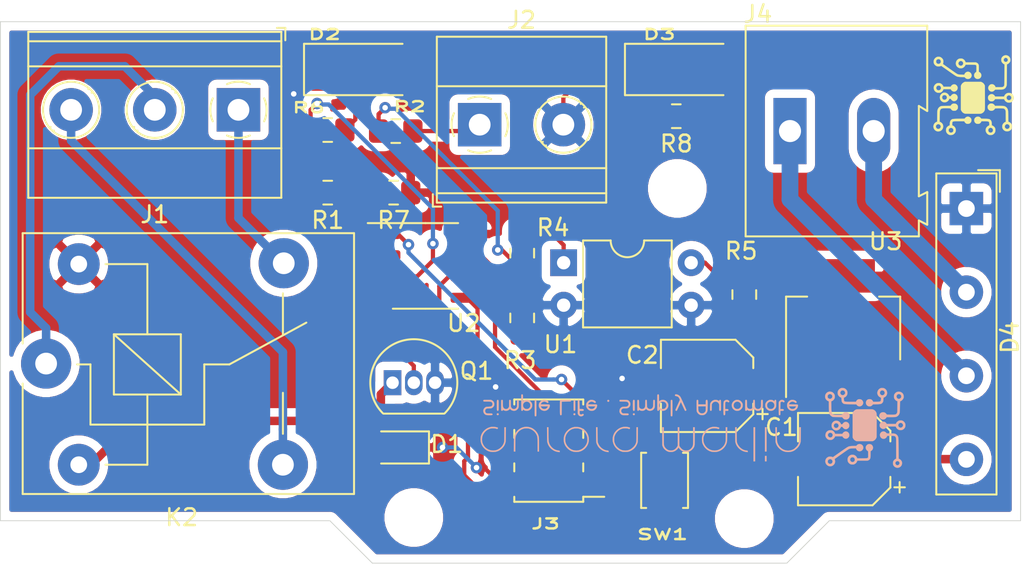
<source format=kicad_pcb>
(kicad_pcb (version 20171130) (host pcbnew "(5.1.2)-1")
  (layers (0 F.Cu signal) (31 B.Cu signal) (34 B.Paste user) (35 F.Paste user) (36 B.SilkS user) (37 F.SilkS user) (38 B.Mask user) (39 F.Mask user) (44 Edge.Cuts user))
  (net 0 "")
  (net 1 GND)
  (net 2 +12V)
  (net 3 +5V)
  (net 4 "Net-(D1-Pad2)")
  (net 5 "Net-(D2-Pad2)")
  (net 6 "Net-(D3-Pad2)")
  (net 7 "Net-(J1-Pad1)")
  (net 8 "Net-(J1-Pad2)")
  (net 9 "Net-(J1-Pad3)")
  (net 10 "Net-(J2-Pad1)")
  (net 11 MISO)
  (net 12 PB2)
  (net 13 MOSI)
  (net 14 Reset)
  (net 15 "Net-(Q1-Pad2)")
  (net 16 /Relay)
  (net 17 "Net-(R2-Pad1)")
  (net 18 "Net-(R4-Pad1)")
  (net 19 /FP_Input)
  (net 20 /Rela_y)
  (net 21 "Net-(D4-Pad3)")
  (net 22 "Net-(D4-Pad2)")
  (module auroramarlin:aurora_Marlin (layer B.Cu) (at 132.715 90.1065)
    (fp_text reference G*** hide)
    (fp_text value LOGO hide)
  )
  (module auroramarlin:a_marlin_logo (layer F.Cu) (at 149.4155 70.1675)
    (fp_text reference G*** hide)
    (fp_text value LOGO hide)
  )
  (module MountingHole:MountingHole_2.5mm (layer F.Cu) (at 131.7625 75.7555)
    (fp_text reference REF** hide)
    (fp_text value MountingHole_2.5mm)
    (pad 1 np_thru_hole circle (at 0 0) (size 2.5 2.5) (drill 2.5) (layers *.Cu *.Mask))
  )
  (module MountingHole:MountingHole_2.5mm (layer F.Cu) (at 116.0145 95.4405)
    (fp_text reference REF** hide)
    (fp_text value MountingHole_2.5mm)
    (pad 1 np_thru_hole circle (at 0 0) (size 2.5 2.5) (drill 2.5) (layers *.Cu *.Mask))
  )
  (module MountingHole:MountingHole_2.5mm (layer F.Cu) (at 135.763 95.504)
    (fp_text reference REF** hide)
    (fp_text value MountingHole_2.5mm)
    (pad 1 np_thru_hole circle (at 0 0) (size 2.5 2.5) (drill 2.5) (layers *.Cu *.Mask))
  )
  (module Capacitor_SMD:CP_Elec_5x5.4 (layer F.Cu) (at 141.732 91.948 180)
    (fp_text reference C1 (at 3.7465 1.905) (layer F.SilkS))
    (fp_text value "100uF 35V")
    (pad 2 smd roundrect (at 2.2 0 180) (size 3 1.6) (layers F.Cu F.Paste F.Mask) (roundrect_rratio 0.15625) (net 1 GND))
    (pad 1 smd roundrect (at -2.2 0 180) (size 3 1.6) (layers F.Cu F.Paste F.Mask) (roundrect_rratio 0.15625) (net 2 +12V))
  )
  (module Capacitor_SMD:CP_Elec_5x5.4 (layer F.Cu) (at 133.5405 87.5665 180)
    (fp_text reference C2 (at 3.8735 1.8415) (layer F.SilkS))
    (fp_text value "10uF 35V")
    (pad 1 smd roundrect (at -2.2 0 180) (size 3 1.6) (layers F.Cu F.Paste F.Mask) (roundrect_rratio 0.15625) (net 3 +5V))
    (pad 2 smd roundrect (at 2.2 0 180) (size 3 1.6) (layers F.Cu F.Paste F.Mask) (roundrect_rratio 0.15625) (net 1 GND))
  )
  (module LED_SMD:LED_2010_5025Metric_Castellated (layer F.Cu) (at 112.8395 68.6435)
    (fp_text reference D2 (at -2.159 -2.0955) (layer F.SilkS) (effects (font (size 0.6 1))))
    (fp_text value Green)
    (pad 2 smd roundrect (at 2.275 0) (size 1.7 2.55) (layers F.Cu F.Paste F.Mask) (roundrect_rratio 0.147059) (net 5 "Net-(D2-Pad2)"))
    (pad 1 smd roundrect (at -2.275 0) (size 1.7 2.55) (layers F.Cu F.Paste F.Mask) (roundrect_rratio 0.147059) (net 1 GND))
  )
  (module LED_SMD:LED_2010_5025Metric_Castellated (layer F.Cu) (at 132.0165 68.6435)
    (fp_text reference D3 (at -1.3335 -2.0955) (layer F.SilkS) (effects (font (size 0.6 1))))
    (fp_text value LED)
    (pad 1 smd roundrect (at -2.275 0) (size 1.7 2.55) (layers F.Cu F.Paste F.Mask) (roundrect_rratio 0.147059) (net 1 GND))
    (pad 2 smd roundrect (at 2.275 0) (size 1.7 2.55) (layers F.Cu F.Paste F.Mask) (roundrect_rratio 0.147059) (net 6 "Net-(D3-Pad2)"))
  )
  (module TerminalBlock_Phoenix:TerminalBlock_Phoenix_MKDS-1,5-3_1x03_P5.00mm_Horizontal (layer F.Cu) (at 105.537 71.0565 180)
    (fp_text reference J1 (at 5 -6.26) (layer F.SilkS))
    (fp_text value Output)
    (pad 1 thru_hole rect (at 0 0 180) (size 2.6 2.6) (drill 1.3) (layers *.Cu *.Mask) (net 7 "Net-(J1-Pad1)"))
    (pad 2 thru_hole circle (at 5 0 180) (size 2.6 2.6) (drill 1.3) (layers *.Cu *.Mask) (net 8 "Net-(J1-Pad2)"))
    (pad 3 thru_hole circle (at 10 0 180) (size 2.6 2.6) (drill 1.3) (layers *.Cu *.Mask) (net 9 "Net-(J1-Pad3)"))
  )
  (module TerminalBlock_Phoenix:TerminalBlock_Phoenix_MKDS-1,5-2_1x02_P5.00mm_Horizontal (layer F.Cu) (at 119.9515 71.9455)
    (fp_text reference J2 (at 2.5 -6.26) (layer F.SilkS))
    (fp_text value Input)
    (pad 1 thru_hole rect (at 0 0) (size 2.6 2.6) (drill 1.3) (layers *.Cu *.Mask) (net 10 "Net-(J2-Pad1)"))
    (pad 2 thru_hole circle (at 5 0) (size 2.6 2.6) (drill 1.3) (layers *.Cu *.Mask) (net 1 GND))
  )
  (module Connector_PinHeader_2.00mm:PinHeader_2x03_P2.00mm_Vertical_SMD (layer F.Cu) (at 124.079 91.44 180)
    (fp_text reference J3 (at 0.1905 -4.3815) (layer F.SilkS) (effects (font (size 0.6 1))))
    (fp_text value ICSP)
    (pad 1 smd rect (at -2.085 -2 180) (size 2.58 1) (layers F.Cu F.Paste F.Mask) (net 11 MISO))
    (pad 2 smd rect (at 2.085 -2 180) (size 2.58 1) (layers F.Cu F.Paste F.Mask) (net 3 +5V))
    (pad 3 smd rect (at -2.085 0 180) (size 2.58 1) (layers F.Cu F.Paste F.Mask) (net 12 PB2))
    (pad 4 smd rect (at 2.085 0 180) (size 2.58 1) (layers F.Cu F.Paste F.Mask) (net 13 MOSI))
    (pad 5 smd rect (at -2.085 2 180) (size 2.58 1) (layers F.Cu F.Paste F.Mask) (net 14 Reset))
    (pad 6 smd rect (at 2.085 2 180) (size 2.58 1) (layers F.Cu F.Paste F.Mask) (net 1 GND))
  )
  (module Relay_THT:Relay_SPDT_SANYOU_SRD_Series_Form_C (layer F.Cu) (at 94.0435 86.233)
    (fp_text reference K2 (at 8.1 9.2) (layer F.SilkS))
    (fp_text value SANYOU_SRD_Form_C)
    (pad 2 thru_hole circle (at 1.95 6.05 90) (size 2.5 2.5) (drill 1) (layers *.Cu *.Mask) (net 4 "Net-(D1-Pad2)"))
    (pad 3 thru_hole circle (at 14.15 6.05 90) (size 3 3) (drill 1.3) (layers *.Cu *.Mask) (net 9 "Net-(J1-Pad3)"))
    (pad 4 thru_hole circle (at 14.2 -6 90) (size 3 3) (drill 1.3) (layers *.Cu *.Mask) (net 7 "Net-(J1-Pad1)"))
    (pad 5 thru_hole circle (at 1.95 -5.95 90) (size 2.5 2.5) (drill 1) (layers *.Cu *.Mask) (net 3 +5V))
    (pad 1 thru_hole circle (at 0 0 90) (size 3 3) (drill 1.3) (layers *.Cu *.Mask) (net 8 "Net-(J1-Pad2)"))
  )
  (module Package_TO_SOT_THT:TO-92_Inline (layer F.Cu) (at 114.7445 87.376)
    (fp_text reference Q1 (at 5.0165 -0.6985) (layer F.SilkS))
    (fp_text value BC547)
    (pad 2 thru_hole oval (at 1.27 0) (size 1.05 1.5) (drill 0.75) (layers *.Cu *.Mask) (net 15 "Net-(Q1-Pad2)"))
    (pad 3 thru_hole oval (at 2.54 0) (size 1.05 1.5) (drill 0.75) (layers *.Cu *.Mask) (net 1 GND))
    (pad 1 thru_hole rect (at 0 0) (size 1.05 1.5) (drill 0.75) (layers *.Cu *.Mask) (net 4 "Net-(D1-Pad2)"))
  )
  (module Resistor_SMD:R_0805_2012Metric_Pad1.15x1.40mm_HandSolder (layer F.Cu) (at 110.871 76.0095 180)
    (fp_text reference R1 (at 0 -1.65) (layer F.SilkS))
    (fp_text value 10K)
    (pad 2 smd roundrect (at 1.025 0 180) (size 1.15 1.4) (layers F.Cu F.Paste F.Mask) (roundrect_rratio 0.217391) (net 16 /Relay))
    (pad 1 smd roundrect (at -1.025 0 180) (size 1.15 1.4) (layers F.Cu F.Paste F.Mask) (roundrect_rratio 0.217391) (net 15 "Net-(Q1-Pad2)"))
  )
  (module Resistor_SMD:R_0805_2012Metric_Pad1.15x1.40mm_HandSolder (layer F.Cu) (at 114.935 72.3265)
    (fp_text reference R2 (at 0.8255 -1.4605) (layer F.SilkS) (effects (font (size 0.6 1))))
    (fp_text value 2K)
    (pad 1 smd roundrect (at -1.025 0) (size 1.15 1.4) (layers F.Cu F.Paste F.Mask) (roundrect_rratio 0.217391) (net 17 "Net-(R2-Pad1)"))
    (pad 2 smd roundrect (at 1.025 0) (size 1.15 1.4) (layers F.Cu F.Paste F.Mask) (roundrect_rratio 0.217391) (net 10 "Net-(J2-Pad1)"))
  )
  (module Resistor_SMD:R_0805_2012Metric_Pad1.15x1.40mm_HandSolder (layer F.Cu) (at 122.4915 83.5025 90)
    (fp_text reference R3 (at -2.54 -0.127 180) (layer F.SilkS))
    (fp_text value 1K)
    (pad 1 smd roundrect (at -1.025 0 90) (size 1.15 1.4) (layers F.Cu F.Paste F.Mask) (roundrect_rratio 0.217391) (net 1 GND))
    (pad 2 smd roundrect (at 1.025 0 90) (size 1.15 1.4) (layers F.Cu F.Paste F.Mask) (roundrect_rratio 0.217391) (net 17 "Net-(R2-Pad1)"))
  )
  (module Resistor_SMD:R_0805_2012Metric_Pad1.15x1.40mm_HandSolder (layer F.Cu) (at 122.4915 79.629 270)
    (fp_text reference R4 (at -1.524 -1.8415 180) (layer F.SilkS))
    (fp_text value 10K)
    (pad 2 smd roundrect (at 1.025 0 270) (size 1.15 1.4) (layers F.Cu F.Paste F.Mask) (roundrect_rratio 0.217391) (net 17 "Net-(R2-Pad1)"))
    (pad 1 smd roundrect (at -1.025 0 270) (size 1.15 1.4) (layers F.Cu F.Paste F.Mask) (roundrect_rratio 0.217391) (net 18 "Net-(R4-Pad1)"))
  )
  (module Resistor_SMD:R_0805_2012Metric_Pad1.15x1.40mm_HandSolder (layer F.Cu) (at 135.763 82.1055 90)
    (fp_text reference R5 (at 2.6035 -0.1905 180) (layer F.SilkS))
    (fp_text value 4.7K)
    (pad 2 smd roundrect (at 1.025 0 90) (size 1.15 1.4) (layers F.Cu F.Paste F.Mask) (roundrect_rratio 0.217391) (net 3 +5V))
    (pad 1 smd roundrect (at -1.025 0 90) (size 1.15 1.4) (layers F.Cu F.Paste F.Mask) (roundrect_rratio 0.217391) (net 19 /FP_Input))
  )
  (module Resistor_SMD:R_0805_2012Metric_Pad1.15x1.40mm_HandSolder (layer F.Cu) (at 110.871 72.263 180)
    (fp_text reference R6 (at 1.143 1.3335) (layer F.SilkS) (effects (font (size 0.6 1))))
    (fp_text value 330)
    (pad 1 smd roundrect (at -1.025 0 180) (size 1.15 1.4) (layers F.Cu F.Paste F.Mask) (roundrect_rratio 0.217391) (net 5 "Net-(D2-Pad2)"))
    (pad 2 smd roundrect (at 1.025 0 180) (size 1.15 1.4) (layers F.Cu F.Paste F.Mask) (roundrect_rratio 0.217391) (net 20 /Rela_y))
  )
  (module Button_Switch_SMD:SW_SPST_B3U-1000P (layer F.Cu) (at 131.0005 93.218 270)
    (fp_text reference SW1 (at 3.2385 0.127 180) (layer F.SilkS) (effects (font (size 0.6 1))))
    (fp_text value SW_Push)
    (pad 1 smd rect (at -1.7 0 270) (size 0.9 1.7) (layers F.Cu F.Paste F.Mask) (net 14 Reset))
    (pad 2 smd rect (at 1.7 0 270) (size 0.9 1.7) (layers F.Cu F.Paste F.Mask) (net 1 GND))
  )
  (module Package_DIP:DIP-4_W7.62mm (layer F.Cu) (at 124.968 80.2005)
    (fp_text reference U1 (at -0.1905 4.8895) (layer F.SilkS))
    (fp_text value PC817)
    (pad 1 thru_hole rect (at 0 0) (size 1.6 1.6) (drill 0.8) (layers *.Cu *.Mask) (net 18 "Net-(R4-Pad1)"))
    (pad 3 thru_hole oval (at 7.62 2.54) (size 1.6 1.6) (drill 0.8) (layers *.Cu *.Mask) (net 1 GND))
    (pad 2 thru_hole oval (at 0 2.54) (size 1.6 1.6) (drill 0.8) (layers *.Cu *.Mask) (net 1 GND))
    (pad 4 thru_hole oval (at 7.62 0) (size 1.6 1.6) (drill 0.8) (layers *.Cu *.Mask) (net 19 /FP_Input))
  )
  (module Package_SO:SOIC-8_3.9x4.9mm_P1.27mm (layer F.Cu) (at 116.713 80.391)
    (fp_text reference U2 (at 2.286 3.429) (layer F.SilkS))
    (fp_text value ATtiny13-20SSU)
    (pad 1 smd roundrect (at -2.475 -1.905) (size 1.95 0.6) (layers F.Cu F.Paste F.Mask) (net 14 Reset))
    (pad 2 smd roundrect (at -2.475 -0.635) (size 1.95 0.6) (layers F.Cu F.Paste F.Mask) (net 16 /Relay))
    (pad 3 smd roundrect (at -2.475 0.635) (size 1.95 0.6) (layers F.Cu F.Paste F.Mask) (net 20 /Rela_y))
    (pad 4 smd roundrect (at -2.475 1.905) (size 1.95 0.6) (layers F.Cu F.Paste F.Mask) (net 1 GND))
    (pad 5 smd roundrect (at 2.475 1.905) (size 1.95 0.6) (layers F.Cu F.Paste F.Mask) (net 13 MOSI))
    (pad 6 smd roundrect (at 2.475 0.635) (size 1.95 0.6) (layers F.Cu F.Paste F.Mask) (net 11 MISO))
    (pad 7 smd roundrect (at 2.475 -0.635) (size 1.95 0.6) (layers F.Cu F.Paste F.Mask) (net 12 PB2))
    (pad 8 smd roundrect (at 2.475 -1.905) (size 1.95 0.6) (layers F.Cu F.Paste F.Mask) (net 3 +5V))
  )
  (module Package_TO_SOT_SMD:SOT-223-3_TabPin2 (layer F.Cu) (at 141.6685 84.1375 90)
    (fp_text reference U3 (at 5.207 2.54 180) (layer F.SilkS))
    (fp_text value AMS1117-5.0)
    (pad 2 smd rect (at 3.15 0 90) (size 2 3.8) (layers F.Cu F.Paste F.Mask) (net 3 +5V))
    (pad 2 smd rect (at -3.15 0 90) (size 2 1.5) (layers F.Cu F.Paste F.Mask) (net 3 +5V))
    (pad 3 smd rect (at -3.15 2.3 90) (size 2 1.5) (layers F.Cu F.Paste F.Mask) (net 2 +12V))
    (pad 1 smd rect (at -3.15 -2.3 90) (size 2 1.5) (layers F.Cu F.Paste F.Mask) (net 1 GND))
  )
  (module Resistor_SMD:R_0805_2012Metric_Pad1.15x1.40mm_HandSolder (layer F.Cu) (at 114.808 76.0095 180)
    (fp_text reference R7 (at 0 -1.65) (layer F.SilkS))
    (fp_text value 10K)
    (pad 1 smd roundrect (at -1.025 0 180) (size 1.15 1.4) (layers F.Cu F.Paste F.Mask) (roundrect_rratio 0.217391) (net 3 +5V))
    (pad 2 smd roundrect (at 1.025 0 180) (size 1.15 1.4) (layers F.Cu F.Paste F.Mask) (roundrect_rratio 0.217391) (net 14 Reset))
  )
  (module Resistor_SMD:R_0805_2012Metric_Pad1.15x1.40mm_HandSolder (layer F.Cu) (at 131.699 71.4375 180)
    (fp_text reference R8 (at 0 -1.65) (layer F.SilkS))
    (fp_text value 330)
    (pad 2 smd roundrect (at 1.025 0 180) (size 1.15 1.4) (layers F.Cu F.Paste F.Mask) (roundrect_rratio 0.217391) (net 3 +5V))
    (pad 1 smd roundrect (at -1.025 0 180) (size 1.15 1.4) (layers F.Cu F.Paste F.Mask) (roundrect_rratio 0.217391) (net 6 "Net-(D3-Pad2)"))
  )
  (module Diode_SMD:D_0805_2012Metric_Pad1.15x1.40mm_HandSolder (layer F.Cu) (at 115.062 91.2495 180)
    (fp_text reference D1 (at -2.921 0.1905) (layer F.SilkS))
    (fp_text value D)
    (pad 1 smd roundrect (at -1.025 0 180) (size 1.15 1.4) (layers F.Cu F.Paste F.Mask) (roundrect_rratio 0.217391) (net 3 +5V))
    (pad 2 smd roundrect (at 1.025 0 180) (size 1.15 1.4) (layers F.Cu F.Paste F.Mask) (roundrect_rratio 0.217391) (net 4 "Net-(D1-Pad2)"))
  )
  (module TerminalBlock:TerminalBlock_Altech_AK300-2_P5.00mm (layer F.Cu) (at 138.4935 72.3265)
    (fp_text reference J4 (at -1.92 -6.99) (layer F.SilkS))
    (fp_text value AC_IN)
    (pad 1 thru_hole rect (at 0 0) (size 1.98 3.96) (drill 1.32) (layers *.Cu *.Mask) (net 21 "Net-(D4-Pad3)"))
    (pad 2 thru_hole oval (at 5 0) (size 1.98 3.96) (drill 1.32) (layers *.Cu *.Mask) (net 22 "Net-(D4-Pad2)"))
  )
  (module Diode_THT:Diode_Bridge_19.0x3.5x10.0mm_P5.0mm (layer F.Cu) (at 149.0345 76.962 270)
    (fp_text reference D4 (at 7.7 -2.6 270) (layer F.SilkS))
    (fp_text value D_Bridge_-AA+)
    (pad 4 thru_hole circle (at 15 0 270) (size 2 2) (drill 1) (layers *.Cu *.Mask) (net 2 +12V))
    (pad 3 thru_hole circle (at 10 0 270) (size 2 2) (drill 1) (layers *.Cu *.Mask) (net 21 "Net-(D4-Pad3)"))
    (pad 2 thru_hole circle (at 5 0 270) (size 2 2) (drill 1) (layers *.Cu *.Mask) (net 22 "Net-(D4-Pad2)"))
    (pad 1 thru_hole rect (at 0 0 270) (size 2 2) (drill 1) (layers *.Cu *.Mask) (net 1 GND))
  )
  (gr_line (start 152.273 65.786) (end 152.273 95.631) (layer Edge.Cuts) (width 0.05))
  (gr_line (start 91.313 95.631) (end 91.313 65.786) (layer Edge.Cuts) (width 0.05))
  (gr_line (start 110.998 95.631) (end 91.313 95.631) (layer Edge.Cuts) (width 0.05))
  (gr_line (start 113.538 98.171) (end 110.998 95.631) (layer Edge.Cuts) (width 0.05))
  (gr_line (start 138.303 98.171) (end 113.538 98.171) (layer Edge.Cuts) (width 0.05))
  (gr_line (start 140.843 95.631) (end 138.303 98.171) (layer Edge.Cuts) (width 0.05))
  (gr_line (start 152.273 95.631) (end 140.843 95.631) (layer Edge.Cuts) (width 0.05))
  (gr_line (start 91.313 65.786) (end 152.273 65.786) (layer Edge.Cuts) (width 0.05))
  (via (at 120.904 87.63) (size 0.6854) (drill 0.3302) (layers F.Cu B.Cu) (net 1))
  (segment (start 121.994 89.44) (end 121.994 88.72) (width 0.254) (layer F.Cu) (net 1))
  (segment (start 121.994 88.72) (end 120.904 87.63) (width 0.254) (layer F.Cu) (net 1))
  (segment (start 131.0005 94.214) (end 131.0005 94.918) (width 0.254) (layer F.Cu) (net 1))
  (segment (start 132.6515 92.563) (end 131.0005 94.214) (width 0.254) (layer F.Cu) (net 1))
  (segment (start 132.6515 89.7775) (end 132.6515 92.563) (width 0.254) (layer F.Cu) (net 1))
  (segment (start 131.3405 87.5665) (end 131.3405 88.4665) (width 0.254) (layer F.Cu) (net 1))
  (segment (start 131.3405 88.4665) (end 132.6515 89.7775) (width 0.254) (layer F.Cu) (net 1))
  (segment (start 139.532 87.451) (end 139.3685 87.2875) (width 0.254) (layer F.Cu) (net 1))
  (segment (start 139.532 91.948) (end 139.532 87.451) (width 0.254) (layer F.Cu) (net 1))
  (segment (start 132.90721 92.81871) (end 132.6515 92.563) (width 0.254) (layer F.Cu) (net 1))
  (segment (start 138.66129 92.81871) (end 132.90721 92.81871) (width 0.254) (layer F.Cu) (net 1))
  (segment (start 139.532 91.948) (end 138.66129 92.81871) (width 0.254) (layer F.Cu) (net 1))
  (segment (start 124.968 84.0105) (end 124.968 82.7405) (width 0.254) (layer F.Cu) (net 1))
  (segment (start 122.4915 84.5275) (end 124.451 84.5275) (width 0.254) (layer F.Cu) (net 1))
  (segment (start 124.451 84.5275) (end 124.968 84.0105) (width 0.254) (layer F.Cu) (net 1))
  (via (at 128.4605 87.122) (size 0.6854) (drill 0.3302) (layers F.Cu B.Cu) (net 1))
  (segment (start 131.3405 87.5665) (end 128.905 87.5665) (width 0.254) (layer F.Cu) (net 1))
  (segment (start 128.905 87.5665) (end 128.4605 87.122) (width 0.254) (layer F.Cu) (net 1))
  (via (at 108.839 70.104) (size 0.6854) (drill 0.3302) (layers F.Cu B.Cu) (net 1))
  (segment (start 108.839 69.469) (end 108.839 70.104) (width 0.254) (layer F.Cu) (net 1))
  (segment (start 110.5645 68.6435) (end 109.6645 68.6435) (width 0.254) (layer F.Cu) (net 1))
  (segment (start 109.6645 68.6435) (end 108.839 69.469) (width 0.254) (layer F.Cu) (net 1))
  (segment (start 126.619 68.6435) (end 129.7415 68.6435) (width 0.254) (layer F.Cu) (net 1))
  (segment (start 124.9515 71.9455) (end 124.9515 70.311) (width 0.254) (layer F.Cu) (net 1))
  (segment (start 124.9515 70.311) (end 126.619 68.6435) (width 0.254) (layer F.Cu) (net 1))
  (segment (start 117.2845 85.3425) (end 117.2845 87.376) (width 0.254) (layer F.Cu) (net 1))
  (segment (start 114.238 82.296) (end 117.2845 85.3425) (width 0.254) (layer F.Cu) (net 1))
  (segment (start 143.932 87.324) (end 143.9685 87.2875) (width 0.508) (layer F.Cu) (net 2))
  (segment (start 143.932 91.948) (end 143.932 87.324) (width 0.508) (layer F.Cu) (net 2))
  (segment (start 149.0205 91.948) (end 149.0345 91.962) (width 0.508) (layer F.Cu) (net 2))
  (segment (start 143.932 91.948) (end 149.0205 91.948) (width 0.508) (layer F.Cu) (net 2))
  (via (at 117.729 91.2495) (size 0.6854) (drill 0.3302) (layers F.Cu B.Cu) (net 3))
  (segment (start 117.729 91.2495) (end 116.087 91.2495) (width 0.254) (layer F.Cu) (net 3))
  (via (at 119.761 92.45601) (size 0.6854) (drill 0.3302) (layers F.Cu B.Cu) (net 3))
  (segment (start 121.994 93.44) (end 121.204 93.44) (width 0.254) (layer F.Cu) (net 3))
  (segment (start 117.729 91.2495) (end 118.55449 91.2495) (width 0.254) (layer B.Cu) (net 3))
  (segment (start 119.418301 92.113311) (end 119.761 92.45601) (width 0.254) (layer B.Cu) (net 3))
  (segment (start 118.55449 91.2495) (end 119.418301 92.113311) (width 0.254) (layer B.Cu) (net 3))
  (segment (start 121.204 93.44) (end 120.22001 92.45601) (width 0.254) (layer F.Cu) (net 3))
  (segment (start 120.22001 92.45601) (end 119.761 92.45601) (width 0.254) (layer F.Cu) (net 3))
  (segment (start 114.046 91.2405) (end 114.037 91.2495) (width 0.508) (layer F.Cu) (net 4))
  (segment (start 114.7445 87.376) (end 114.046 88.0745) (width 0.508) (layer F.Cu) (net 4))
  (segment (start 114.046 88.0745) (end 114.046 91.2405) (width 0.508) (layer F.Cu) (net 4))
  (segment (start 114.037 91.1135) (end 114.037 91.2495) (width 0.508) (layer F.Cu) (net 4))
  (segment (start 112.5855 89.662) (end 114.037 91.1135) (width 0.508) (layer F.Cu) (net 4))
  (segment (start 99.3405 89.662) (end 112.5855 89.662) (width 0.508) (layer F.Cu) (net 4))
  (segment (start 95.9935 92.283) (end 96.7195 92.283) (width 0.508) (layer F.Cu) (net 4))
  (segment (start 96.7195 92.283) (end 99.3405 89.662) (width 0.508) (layer F.Cu) (net 4))
  (segment (start 112.519372 71.639628) (end 112.519372 71.238628) (width 0.254) (layer F.Cu) (net 5))
  (segment (start 111.896 72.263) (end 112.519372 71.639628) (width 0.254) (layer F.Cu) (net 5))
  (segment (start 112.519372 71.238628) (end 115.1145 68.6435) (width 0.254) (layer F.Cu) (net 5))
  (segment (start 134.2915 69.87) (end 134.2915 68.6435) (width 0.254) (layer F.Cu) (net 6))
  (segment (start 132.724 71.4375) (end 134.2915 69.87) (width 0.254) (layer F.Cu) (net 6))
  (segment (start 105.537 77.5265) (end 108.2435 80.233) (width 0.508) (layer B.Cu) (net 7))
  (segment (start 105.537 71.0565) (end 105.537 77.5265) (width 0.508) (layer B.Cu) (net 7))
  (segment (start 100.537 70.2475) (end 100.537 71.0565) (width 0.508) (layer B.Cu) (net 8))
  (segment (start 94.0435 84.11168) (end 93.091 83.15918) (width 0.508) (layer B.Cu) (net 8))
  (segment (start 94.0435 86.233) (end 94.0435 84.11168) (width 0.508) (layer B.Cu) (net 8))
  (segment (start 93.091 70.1675) (end 94.8055 68.453) (width 0.508) (layer B.Cu) (net 8))
  (segment (start 93.091 83.15918) (end 93.091 70.1675) (width 0.508) (layer B.Cu) (net 8))
  (segment (start 94.8055 68.453) (end 98.7425 68.453) (width 0.508) (layer B.Cu) (net 8))
  (segment (start 98.7425 68.453) (end 100.537 70.2475) (width 0.508) (layer B.Cu) (net 8))
  (segment (start 108.1935 90.16168) (end 108.1935 92.283) (width 0.508) (layer B.Cu) (net 9))
  (segment (start 108.1935 85.551477) (end 108.1935 90.16168) (width 0.508) (layer B.Cu) (net 9))
  (segment (start 95.537 72.894977) (end 108.1935 85.551477) (width 0.508) (layer B.Cu) (net 9))
  (segment (start 95.537 71.0565) (end 95.537 72.894977) (width 0.508) (layer B.Cu) (net 9))
  (segment (start 119.5705 72.3265) (end 119.9515 71.9455) (width 0.254) (layer F.Cu) (net 10))
  (segment (start 115.96 72.3265) (end 119.5705 72.3265) (width 0.254) (layer F.Cu) (net 10))
  (segment (start 119.253 91.84584) (end 119.253 84.860842) (width 0.254) (layer F.Cu) (net 11))
  (segment (start 119.027798 92.071042) (end 119.253 91.84584) (width 0.254) (layer F.Cu) (net 11))
  (segment (start 124.072 94.742) (end 120.86534 94.742) (width 0.254) (layer F.Cu) (net 11))
  (segment (start 126.164 93.44) (end 125.374 93.44) (width 0.254) (layer F.Cu) (net 11))
  (segment (start 117.5385 81.6005) (end 118.113 81.026) (width 0.254) (layer F.Cu) (net 11))
  (segment (start 119.027798 92.904458) (end 119.027798 92.071042) (width 0.254) (layer F.Cu) (net 11))
  (segment (start 117.5385 83.146342) (end 117.5385 81.6005) (width 0.254) (layer F.Cu) (net 11))
  (segment (start 119.253 84.860842) (end 117.5385 83.146342) (width 0.254) (layer F.Cu) (net 11))
  (segment (start 118.113 81.026) (end 119.188 81.026) (width 0.254) (layer F.Cu) (net 11))
  (segment (start 125.374 93.44) (end 124.072 94.742) (width 0.254) (layer F.Cu) (net 11))
  (segment (start 120.86534 94.742) (end 119.027798 92.904458) (width 0.254) (layer F.Cu) (net 11))
  (segment (start 124.62 91.44) (end 126.164 91.44) (width 0.254) (layer F.Cu) (net 12))
  (segment (start 124.2695 91.44) (end 124.62 91.44) (width 0.254) (layer F.Cu) (net 12))
  (segment (start 119.188 79.756) (end 120.015 79.756) (width 0.254) (layer F.Cu) (net 12))
  (segment (start 120.869032 80.610032) (end 120.869032 85.245532) (width 0.254) (layer F.Cu) (net 12))
  (segment (start 120.869032 85.245532) (end 123.8885 88.265) (width 0.254) (layer F.Cu) (net 12))
  (segment (start 120.015 79.756) (end 120.869032 80.610032) (width 0.254) (layer F.Cu) (net 12))
  (segment (start 123.8885 88.265) (end 123.8885 91.059) (width 0.254) (layer F.Cu) (net 12))
  (segment (start 123.8885 91.059) (end 124.2695 91.44) (width 0.254) (layer F.Cu) (net 12))
  (segment (start 121.204 91.44) (end 121.994 91.44) (width 0.254) (layer F.Cu) (net 13))
  (segment (start 119.8245 90.0605) (end 121.204 91.44) (width 0.254) (layer F.Cu) (net 13))
  (segment (start 119.188 82.296) (end 119.8245 82.9325) (width 0.254) (layer F.Cu) (net 13))
  (segment (start 119.8245 82.9325) (end 119.8245 90.0605) (width 0.254) (layer F.Cu) (net 13))
  (segment (start 113.783 78.031) (end 114.238 78.486) (width 0.254) (layer F.Cu) (net 14))
  (segment (start 113.783 76.0095) (end 113.783 78.031) (width 0.254) (layer F.Cu) (net 14))
  (segment (start 131.0005 90.814) (end 131.0005 91.518) (width 0.254) (layer F.Cu) (net 14))
  (segment (start 129.6265 89.44) (end 131.0005 90.814) (width 0.254) (layer F.Cu) (net 14))
  (segment (start 126.164 89.44) (end 129.6265 89.44) (width 0.254) (layer F.Cu) (net 14))
  (via (at 115.697 79.121) (size 0.6854) (drill 0.3302) (layers F.Cu B.Cu) (net 14))
  (segment (start 114.238 78.486) (end 115.062 78.486) (width 0.254) (layer F.Cu) (net 14))
  (segment (start 115.062 78.486) (end 115.697 79.121) (width 0.254) (layer F.Cu) (net 14))
  (via (at 124.841 87.1855) (size 0.6854) (drill 0.3302) (layers F.Cu B.Cu) (net 14))
  (segment (start 126.164 88.5085) (end 126.164 89.44) (width 0.254) (layer F.Cu) (net 14))
  (segment (start 124.841 87.1855) (end 126.164 88.5085) (width 0.254) (layer F.Cu) (net 14))
  (segment (start 124.35635 87.1855) (end 124.841 87.1855) (width 0.254) (layer B.Cu) (net 14))
  (segment (start 123.27685 87.1855) (end 124.35635 87.1855) (width 0.254) (layer B.Cu) (net 14))
  (segment (start 115.697 79.121) (end 115.697 79.60565) (width 0.254) (layer B.Cu) (net 14))
  (segment (start 115.697 79.60565) (end 123.27685 87.1855) (width 0.254) (layer B.Cu) (net 14))
  (segment (start 111.252 83.058) (end 112.7125 84.5185) (width 0.254) (layer F.Cu) (net 15))
  (segment (start 111.252 79.3115) (end 111.252 83.058) (width 0.254) (layer F.Cu) (net 15))
  (segment (start 111.896 75.2095) (end 111.3625 74.676) (width 0.254) (layer F.Cu) (net 15))
  (segment (start 111.3625 74.676) (end 109.1565 74.676) (width 0.254) (layer F.Cu) (net 15))
  (segment (start 112.7125 84.5185) (end 113.750602 84.5185) (width 0.254) (layer F.Cu) (net 15))
  (segment (start 109.1565 74.676) (end 108.6485 75.184) (width 0.254) (layer F.Cu) (net 15))
  (segment (start 108.6485 75.184) (end 108.6485 76.708) (width 0.254) (layer F.Cu) (net 15))
  (segment (start 111.896 76.0095) (end 111.896 75.2095) (width 0.254) (layer F.Cu) (net 15))
  (segment (start 108.6485 76.708) (end 111.252 79.3115) (width 0.254) (layer F.Cu) (net 15))
  (segment (start 114.161 84.5185) (end 113.750602 84.5185) (width 0.254) (layer F.Cu) (net 15))
  (segment (start 116.0145 86.372) (end 114.161 84.5185) (width 0.254) (layer F.Cu) (net 15))
  (segment (start 116.0145 87.376) (end 116.0145 86.372) (width 0.254) (layer F.Cu) (net 15))
  (segment (start 113.163 79.756) (end 114.238 79.756) (width 0.254) (layer F.Cu) (net 16))
  (segment (start 112.7925 79.756) (end 113.163 79.756) (width 0.254) (layer F.Cu) (net 16))
  (segment (start 109.846 76.8095) (end 112.7925 79.756) (width 0.254) (layer F.Cu) (net 16))
  (segment (start 109.846 76.0095) (end 109.846 76.8095) (width 0.254) (layer F.Cu) (net 16))
  (segment (start 122.4915 80.654) (end 122.4915 82.4775) (width 0.254) (layer F.Cu) (net 17))
  (via (at 121.031 79.4385) (size 0.6854) (drill 0.3302) (layers F.Cu B.Cu) (net 17))
  (segment (start 121.276 79.4385) (end 122.4915 80.654) (width 0.254) (layer F.Cu) (net 17))
  (segment (start 121.031 79.4385) (end 121.276 79.4385) (width 0.254) (layer F.Cu) (net 17))
  (segment (start 113.957301 71.272199) (end 114.3 70.9295) (width 0.254) (layer F.Cu) (net 17))
  (segment (start 113.91 71.3195) (end 113.957301 71.272199) (width 0.254) (layer F.Cu) (net 17))
  (segment (start 113.91 72.3265) (end 113.91 71.3195) (width 0.254) (layer F.Cu) (net 17))
  (via (at 114.3 70.9295) (size 0.6854) (drill 0.3302) (layers F.Cu B.Cu) (net 17))
  (segment (start 114.3635 70.993) (end 114.3 70.9295) (width 0.254) (layer B.Cu) (net 17))
  (segment (start 114.935 70.993) (end 114.3635 70.993) (width 0.254) (layer B.Cu) (net 17))
  (segment (start 121.031 79.4385) (end 121.031 77.089) (width 0.254) (layer B.Cu) (net 17))
  (segment (start 121.031 77.089) (end 114.935 70.993) (width 0.254) (layer B.Cu) (net 17))
  (segment (start 124.968 79.1465) (end 124.968 80.2005) (width 0.254) (layer F.Cu) (net 18))
  (segment (start 124.4255 78.604) (end 124.968 79.1465) (width 0.254) (layer F.Cu) (net 18))
  (segment (start 122.4915 78.604) (end 124.4255 78.604) (width 0.254) (layer F.Cu) (net 18))
  (segment (start 134.629 83.1305) (end 135.763 83.1305) (width 0.254) (layer F.Cu) (net 19))
  (segment (start 134.112 82.6135) (end 134.629 83.1305) (width 0.254) (layer F.Cu) (net 19))
  (segment (start 134.112 80.899) (end 134.112 82.6135) (width 0.254) (layer F.Cu) (net 19))
  (segment (start 132.588 80.2005) (end 133.4135 80.2005) (width 0.254) (layer F.Cu) (net 19))
  (segment (start 133.4135 80.2005) (end 134.112 80.899) (width 0.254) (layer F.Cu) (net 19))
  (via (at 117.1575 79.0575) (size 0.6854) (drill 0.3302) (layers F.Cu B.Cu) (net 20))
  (segment (start 117.1575 80.0735) (end 117.1575 79.0575) (width 0.254) (layer F.Cu) (net 20))
  (segment (start 114.238 81.026) (end 116.205 81.026) (width 0.254) (layer F.Cu) (net 20))
  (segment (start 116.205 81.026) (end 117.1575 80.0735) (width 0.254) (layer F.Cu) (net 20))
  (segment (start 109.846 71.0655) (end 109.893301 71.018199) (width 0.254) (layer F.Cu) (net 20))
  (segment (start 109.893301 71.018199) (end 110.236 70.6755) (width 0.254) (layer F.Cu) (net 20))
  (segment (start 109.846 72.263) (end 109.846 71.0655) (width 0.254) (layer F.Cu) (net 20))
  (via (at 110.236 70.6755) (size 0.6854) (drill 0.3302) (layers F.Cu B.Cu) (net 20))
  (segment (start 110.2995 70.739) (end 110.236 70.6755) (width 0.254) (layer B.Cu) (net 20))
  (segment (start 110.9345 70.739) (end 110.2995 70.739) (width 0.254) (layer B.Cu) (net 20))
  (segment (start 117.1575 79.0575) (end 117.1575 76.962) (width 0.254) (layer B.Cu) (net 20))
  (segment (start 117.1575 76.962) (end 110.9345 70.739) (width 0.254) (layer B.Cu) (net 20))
  (segment (start 138.4935 76.421) (end 149.0345 86.962) (width 1) (layer B.Cu) (net 21))
  (segment (start 138.4935 72.3265) (end 138.4935 76.421) (width 1) (layer B.Cu) (net 21))
  (segment (start 143.4935 76.421) (end 149.0345 81.962) (width 1) (layer B.Cu) (net 22))
  (segment (start 143.4935 72.3265) (end 143.4935 76.421) (width 1) (layer B.Cu) (net 22))
  (zone (net 3) (net_name +5V) (layer F.Cu) (connect_pads (clearance 0.508)) (min_thickness 0.254) (fill yes (arc_segments 32) (thermal_gap 0.508) (thermal_bridge_width 0.508))
    (polygon (pts (xy 91.3765 65.8495) (xy 152.146 65.8495) (xy 152.146 95.5675) (xy 140.843 95.5675) (xy 138.303 98.1075) (xy 113.6015 98.1075) (xy 110.998 95.5675) (xy 91.3765 95.5675)))
  )
  (zone (net 1) (net_name GND) (layer B.Cu) (connect_pads (clearance 0.508)) (min_thickness 0.254) (fill yes (arc_segments 32) (thermal_gap 0.508) (thermal_bridge_width 0.508))
    (polygon (pts (xy 91.3765 65.8495) (xy 152.146 65.8495) (xy 152.146 95.5675) (xy 140.843 95.5675) (xy 138.303 98.1075) (xy 113.6015 98.1075) (xy 110.998 95.5675) (xy 91.3765 95.5675)))
  )
)
</source>
